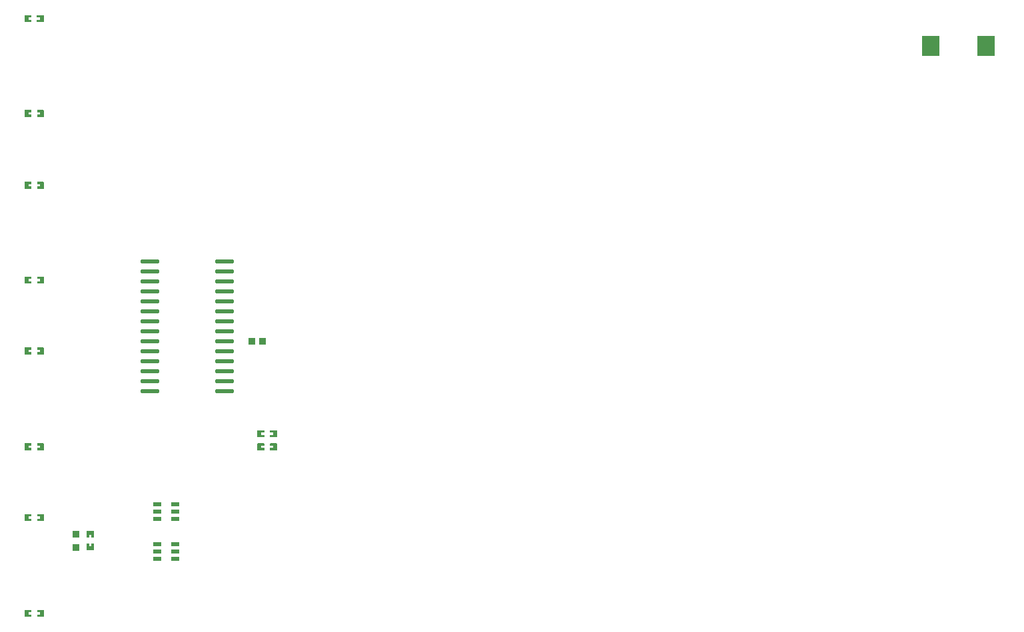
<source format=gbp>
G04 Layer: BottomPasteMaskLayer*
G04 EasyEDA v6.5.29, 2023-07-18 11:29:47*
G04 d241b5e9eba042f2855d0ef1ce65199e,5a6b42c53f6a479593ecc07194224c93,10*
G04 Gerber Generator version 0.2*
G04 Scale: 100 percent, Rotated: No, Reflected: No *
G04 Dimensions in millimeters *
G04 leading zeros omitted , absolute positions ,4 integer and 5 decimal *
%FSLAX45Y45*%
%MOMM*%

%AMMACRO1*21,1,$1,$2,0,0,$3*%
%ADD10MACRO1,2.592X2.2075X90.0000*%
%ADD11MACRO1,0.8X0.8X0.0000*%
%ADD12O,2.3880064X0.5739892*%
%ADD13MACRO1,0.8X0.9X0.0000*%
%ADD14MACRO1,0.532X1.072X-90.0000*%

%LPD*%
G36*
X-3202279Y1927910D02*
G01*
X-3207308Y1922881D01*
X-3207308Y1842922D01*
X-3202279Y1837893D01*
X-3178098Y1837893D01*
X-3178098Y1874926D01*
X-3145078Y1874926D01*
X-3145078Y1837893D01*
X-3122320Y1837893D01*
X-3117291Y1842922D01*
X-3117291Y1922881D01*
X-3122320Y1927910D01*
G37*
G36*
X-3202279Y1767890D02*
G01*
X-3207308Y1762912D01*
X-3207308Y1683918D01*
X-3202279Y1678889D01*
X-3122320Y1678889D01*
X-3117291Y1683918D01*
X-3117291Y1762912D01*
X-3122320Y1767890D01*
X-3145078Y1767890D01*
X-3145078Y1729892D01*
X-3178098Y1729892D01*
X-3178098Y1767890D01*
G37*
G36*
X-1033881Y3207308D02*
G01*
X-1038910Y3202279D01*
X-1038910Y3122320D01*
X-1033881Y3117291D01*
X-953922Y3117291D01*
X-948893Y3122320D01*
X-948893Y3146501D01*
X-985875Y3146501D01*
X-985875Y3179521D01*
X-948893Y3179521D01*
X-948893Y3202279D01*
X-953922Y3207308D01*
G37*
G36*
X-873912Y3207308D02*
G01*
X-878890Y3202279D01*
X-878890Y3179521D01*
X-840892Y3179521D01*
X-840892Y3146501D01*
X-878890Y3146501D01*
X-878890Y3122320D01*
X-873912Y3117291D01*
X-794918Y3117291D01*
X-789889Y3122320D01*
X-789889Y3202279D01*
X-794918Y3207308D01*
G37*
G36*
X-1033881Y3042208D02*
G01*
X-1038910Y3037179D01*
X-1038910Y2957220D01*
X-1033881Y2952191D01*
X-953922Y2952191D01*
X-948893Y2957220D01*
X-948893Y2981401D01*
X-985875Y2981401D01*
X-985875Y3014421D01*
X-948893Y3014421D01*
X-948893Y3037179D01*
X-953922Y3042208D01*
G37*
G36*
X-873912Y3042208D02*
G01*
X-878890Y3037179D01*
X-878890Y3014421D01*
X-840892Y3014421D01*
X-840892Y2981401D01*
X-878890Y2981401D01*
X-878890Y2957220D01*
X-873912Y2952191D01*
X-794918Y2952191D01*
X-789889Y2957220D01*
X-789889Y3037179D01*
X-794918Y3042208D01*
G37*
G36*
X-3993845Y7284008D02*
G01*
X-3998874Y7278979D01*
X-3998874Y7199020D01*
X-3993845Y7193991D01*
X-3913886Y7193991D01*
X-3908856Y7199020D01*
X-3908856Y7223201D01*
X-3945839Y7223201D01*
X-3945839Y7256221D01*
X-3908856Y7256221D01*
X-3908856Y7278979D01*
X-3913886Y7284008D01*
G37*
G36*
X-3833876Y7284008D02*
G01*
X-3838854Y7278979D01*
X-3838854Y7256221D01*
X-3800856Y7256221D01*
X-3800856Y7223201D01*
X-3838854Y7223201D01*
X-3838854Y7199020D01*
X-3833876Y7193991D01*
X-3754882Y7193991D01*
X-3749852Y7199020D01*
X-3749852Y7278979D01*
X-3754882Y7284008D01*
G37*
G36*
X-3834841Y8490508D02*
G01*
X-3839870Y8485479D01*
X-3839870Y8461298D01*
X-3802887Y8461298D01*
X-3802887Y8428278D01*
X-3839870Y8428278D01*
X-3839870Y8405520D01*
X-3834841Y8400491D01*
X-3754882Y8400491D01*
X-3749852Y8405520D01*
X-3749852Y8485479D01*
X-3754882Y8490508D01*
G37*
G36*
X-3993845Y8490508D02*
G01*
X-3998874Y8485479D01*
X-3998874Y8405520D01*
X-3993845Y8400491D01*
X-3914851Y8400491D01*
X-3909872Y8405520D01*
X-3909872Y8428278D01*
X-3947871Y8428278D01*
X-3947871Y8461298D01*
X-3909872Y8461298D01*
X-3909872Y8485479D01*
X-3914851Y8490508D01*
G37*
G36*
X-3993845Y6369608D02*
G01*
X-3998874Y6364579D01*
X-3998874Y6284620D01*
X-3993845Y6279591D01*
X-3913886Y6279591D01*
X-3908856Y6284620D01*
X-3908856Y6308801D01*
X-3945839Y6308801D01*
X-3945839Y6341821D01*
X-3908856Y6341821D01*
X-3908856Y6364579D01*
X-3913886Y6369608D01*
G37*
G36*
X-3833876Y6369608D02*
G01*
X-3838854Y6364579D01*
X-3838854Y6341821D01*
X-3800856Y6341821D01*
X-3800856Y6308801D01*
X-3838854Y6308801D01*
X-3838854Y6284620D01*
X-3833876Y6279591D01*
X-3754882Y6279591D01*
X-3749852Y6284620D01*
X-3749852Y6364579D01*
X-3754882Y6369608D01*
G37*
G36*
X-3993845Y5163108D02*
G01*
X-3998874Y5158079D01*
X-3998874Y5078120D01*
X-3993845Y5073091D01*
X-3913886Y5073091D01*
X-3908856Y5078120D01*
X-3908856Y5102301D01*
X-3945839Y5102301D01*
X-3945839Y5135321D01*
X-3908856Y5135321D01*
X-3908856Y5158079D01*
X-3913886Y5163108D01*
G37*
G36*
X-3833876Y5163108D02*
G01*
X-3838854Y5158079D01*
X-3838854Y5135321D01*
X-3800856Y5135321D01*
X-3800856Y5102301D01*
X-3838854Y5102301D01*
X-3838854Y5078120D01*
X-3833876Y5073091D01*
X-3754882Y5073091D01*
X-3749852Y5078120D01*
X-3749852Y5158079D01*
X-3754882Y5163108D01*
G37*
G36*
X-3993845Y3042208D02*
G01*
X-3998874Y3037179D01*
X-3998874Y2957220D01*
X-3993845Y2952191D01*
X-3913886Y2952191D01*
X-3908856Y2957220D01*
X-3908856Y2981401D01*
X-3945839Y2981401D01*
X-3945839Y3014421D01*
X-3908856Y3014421D01*
X-3908856Y3037179D01*
X-3913886Y3042208D01*
G37*
G36*
X-3833876Y3042208D02*
G01*
X-3838854Y3037179D01*
X-3838854Y3014421D01*
X-3800856Y3014421D01*
X-3800856Y2981401D01*
X-3838854Y2981401D01*
X-3838854Y2957220D01*
X-3833876Y2952191D01*
X-3754882Y2952191D01*
X-3749852Y2957220D01*
X-3749852Y3037179D01*
X-3754882Y3042208D01*
G37*
G36*
X-3993845Y4261408D02*
G01*
X-3998874Y4256379D01*
X-3998874Y4176420D01*
X-3993845Y4171391D01*
X-3913886Y4171391D01*
X-3908856Y4176420D01*
X-3908856Y4200601D01*
X-3945839Y4200601D01*
X-3945839Y4233621D01*
X-3908856Y4233621D01*
X-3908856Y4256379D01*
X-3913886Y4261408D01*
G37*
G36*
X-3833876Y4261408D02*
G01*
X-3838854Y4256379D01*
X-3838854Y4233621D01*
X-3800856Y4233621D01*
X-3800856Y4200601D01*
X-3838854Y4200601D01*
X-3838854Y4176420D01*
X-3833876Y4171391D01*
X-3754882Y4171391D01*
X-3749852Y4176420D01*
X-3749852Y4256379D01*
X-3754882Y4261408D01*
G37*
G36*
X-3993845Y921308D02*
G01*
X-3998874Y916279D01*
X-3998874Y836320D01*
X-3993845Y831291D01*
X-3913886Y831291D01*
X-3908856Y836320D01*
X-3908856Y860501D01*
X-3945839Y860501D01*
X-3945839Y893521D01*
X-3908856Y893521D01*
X-3908856Y916279D01*
X-3913886Y921308D01*
G37*
G36*
X-3833876Y921308D02*
G01*
X-3838854Y916279D01*
X-3838854Y893521D01*
X-3800856Y893521D01*
X-3800856Y860501D01*
X-3838854Y860501D01*
X-3838854Y836320D01*
X-3833876Y831291D01*
X-3754882Y831291D01*
X-3749852Y836320D01*
X-3749852Y916279D01*
X-3754882Y921308D01*
G37*
G36*
X-3993845Y2140508D02*
G01*
X-3998874Y2135479D01*
X-3998874Y2055520D01*
X-3993845Y2050491D01*
X-3913886Y2050491D01*
X-3908856Y2055520D01*
X-3908856Y2079701D01*
X-3945839Y2079701D01*
X-3945839Y2112721D01*
X-3908856Y2112721D01*
X-3908856Y2135479D01*
X-3913886Y2140508D01*
G37*
G36*
X-3833876Y2140508D02*
G01*
X-3838854Y2135479D01*
X-3838854Y2112721D01*
X-3800856Y2112721D01*
X-3800856Y2079701D01*
X-3838854Y2079701D01*
X-3838854Y2055520D01*
X-3833876Y2050491D01*
X-3754882Y2050491D01*
X-3749852Y2055520D01*
X-3749852Y2135479D01*
X-3754882Y2140508D01*
G37*
D10*
G01*
X7522875Y8102600D03*
G01*
X8225124Y8102600D03*
D11*
G01*
X-3340099Y1888489D03*
G01*
X-3340099Y1718310D03*
D12*
G01*
X-1456867Y5359400D03*
G01*
X-1456867Y5232400D03*
G01*
X-1456867Y5105400D03*
G01*
X-1456867Y4978400D03*
G01*
X-1456867Y4851400D03*
G01*
X-1456867Y4724400D03*
G01*
X-1456867Y4597400D03*
G01*
X-1456867Y4470400D03*
G01*
X-1456867Y4343400D03*
G01*
X-1456867Y4216400D03*
G01*
X-1456867Y4089400D03*
G01*
X-1456867Y3962400D03*
G01*
X-1456867Y3835400D03*
G01*
X-1456867Y3708400D03*
G01*
X-2405659Y5359400D03*
G01*
X-2405659Y5232400D03*
G01*
X-2405659Y5105400D03*
G01*
X-2405659Y4978400D03*
G01*
X-2405659Y4851400D03*
G01*
X-2405659Y4724400D03*
G01*
X-2405659Y4597400D03*
G01*
X-2405659Y4470400D03*
G01*
X-2405659Y4343400D03*
G01*
X-2405659Y4216400D03*
G01*
X-2405659Y4089400D03*
G01*
X-2405659Y3962400D03*
G01*
X-2405659Y3835400D03*
G01*
X-2405659Y3708400D03*
D13*
G01*
X-972263Y4343400D03*
G01*
X-1112263Y4343400D03*
D14*
G01*
X-2083053Y2266696D03*
G01*
X-2083053Y2171700D03*
G01*
X-2083053Y2076703D03*
G01*
X-2312873Y2076703D03*
G01*
X-2312873Y2171700D03*
G01*
X-2312873Y2266696D03*
G01*
X-2083053Y1758696D03*
G01*
X-2083053Y1663700D03*
G01*
X-2083053Y1568703D03*
G01*
X-2312873Y1568703D03*
G01*
X-2312873Y1663700D03*
G01*
X-2312873Y1758696D03*
M02*

</source>
